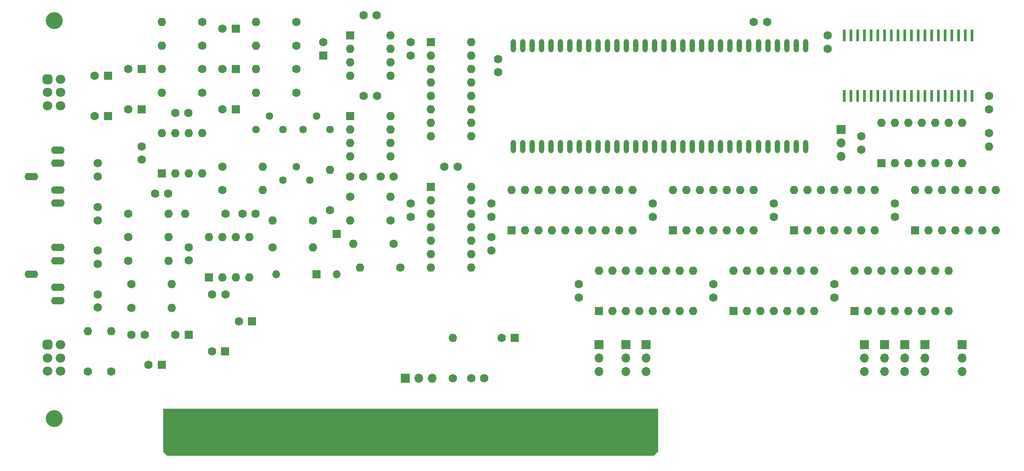
<source format=gbr>
G04 #@! TF.GenerationSoftware,KiCad,Pcbnew,(6.0.6)*
G04 #@! TF.CreationDate,2022-07-16T18:53:49+09:00*
G04 #@! TF.ProjectId,S1_FM_OPNA,53315f46-4d5f-44f5-904e-412e6b696361,0.1.4*
G04 #@! TF.SameCoordinates,PX22a3ad0PY8f85f18*
G04 #@! TF.FileFunction,Soldermask,Top*
G04 #@! TF.FilePolarity,Negative*
%FSLAX46Y46*%
G04 Gerber Fmt 4.6, Leading zero omitted, Abs format (unit mm)*
G04 Created by KiCad (PCBNEW (6.0.6)) date 2022-07-16 18:53:49*
%MOMM*%
%LPD*%
G01*
G04 APERTURE LIST*
G04 Aperture macros list*
%AMRoundRect*
0 Rectangle with rounded corners*
0 $1 Rounding radius*
0 $2 $3 $4 $5 $6 $7 $8 $9 X,Y pos of 4 corners*
0 Add a 4 corners polygon primitive as box body*
4,1,4,$2,$3,$4,$5,$6,$7,$8,$9,$2,$3,0*
0 Add four circle primitives for the rounded corners*
1,1,$1+$1,$2,$3*
1,1,$1+$1,$4,$5*
1,1,$1+$1,$6,$7*
1,1,$1+$1,$8,$9*
0 Add four rect primitives between the rounded corners*
20,1,$1+$1,$2,$3,$4,$5,0*
20,1,$1+$1,$4,$5,$6,$7,0*
20,1,$1+$1,$6,$7,$8,$9,0*
20,1,$1+$1,$8,$9,$2,$3,0*%
G04 Aperture macros list end*
%ADD10O,2.600000X1.400000*%
%ADD11R,1.700000X1.700000*%
%ADD12O,1.700000X1.700000*%
%ADD13C,3.200000*%
%ADD14R,1.600000X1.600000*%
%ADD15C,1.600000*%
%ADD16R,1.500000X1.500000*%
%ADD17O,1.500000X1.500000*%
%ADD18C,1.440000*%
%ADD19O,1.600000X1.600000*%
%ADD20O,1.000000X2.540000*%
%ADD21R,0.600000X2.200000*%
%ADD22RoundRect,0.450000X0.450000X0.450000X-0.450000X0.450000X-0.450000X-0.450000X0.450000X-0.450000X0*%
%ADD23C,1.800000*%
G04 APERTURE END LIST*
D10*
X2540000Y52705000D03*
X7540000Y47705000D03*
X7540000Y50205000D03*
X7540000Y57705000D03*
X7540000Y55205000D03*
D11*
X118618000Y20955000D03*
D12*
X118618000Y18415000D03*
X118618000Y15875000D03*
D13*
X6858000Y6985000D03*
D14*
X39155380Y19685000D03*
D15*
X36655380Y19685000D03*
X90678000Y74930000D03*
X90678000Y72430000D03*
D14*
X23368000Y65405000D03*
D15*
X20868000Y65405000D03*
D16*
X56388000Y34290000D03*
D17*
X48768000Y34290000D03*
D18*
X55118000Y52070000D03*
X52578000Y54610000D03*
X50038000Y52070000D03*
D15*
X38608000Y50165000D03*
D19*
X46228000Y50165000D03*
D15*
X34798000Y73025000D03*
D19*
X27178000Y73025000D03*
D10*
X2540000Y34290000D03*
X7540000Y29290000D03*
X7540000Y31790000D03*
X7540000Y39290000D03*
X7540000Y36790000D03*
D14*
X157988000Y27305000D03*
D19*
X160528000Y27305000D03*
X163068000Y27305000D03*
X165608000Y27305000D03*
X168148000Y27305000D03*
X170688000Y27305000D03*
X173228000Y27305000D03*
X175768000Y27305000D03*
X175768000Y34925000D03*
X173228000Y34925000D03*
X170688000Y34925000D03*
X168148000Y34925000D03*
X165608000Y34925000D03*
X163068000Y34925000D03*
X160528000Y34925000D03*
X157988000Y34925000D03*
D11*
X178308000Y20955000D03*
D12*
X178308000Y18415000D03*
X178308000Y15875000D03*
D13*
X6858000Y82169000D03*
D15*
X62738000Y48895000D03*
D19*
X70358000Y48895000D03*
D15*
X25908000Y49530000D03*
X28408000Y49530000D03*
D14*
X93223000Y42555000D03*
D19*
X95763000Y42555000D03*
X98303000Y42555000D03*
X100843000Y42555000D03*
X103383000Y42555000D03*
X105923000Y42555000D03*
X108463000Y42555000D03*
X111003000Y42555000D03*
X113543000Y42555000D03*
X116083000Y42555000D03*
X116083000Y50175000D03*
X113543000Y50175000D03*
X111003000Y50175000D03*
X108463000Y50175000D03*
X105923000Y50175000D03*
X103383000Y50175000D03*
X100843000Y50175000D03*
X98303000Y50175000D03*
X95763000Y50175000D03*
X93223000Y50175000D03*
D15*
X17653000Y15875000D03*
D19*
X17653000Y23495000D03*
D15*
X183388000Y65405000D03*
X183388000Y67905000D03*
X52578000Y73025000D03*
D19*
X44958000Y73025000D03*
D11*
X159893000Y20955000D03*
D12*
X159893000Y18415000D03*
X159893000Y15875000D03*
D20*
X93568000Y58420000D03*
X95348000Y58420000D03*
X97128000Y58420000D03*
X98908000Y58420000D03*
X100688000Y58420000D03*
X102468000Y58420000D03*
X104248000Y58420000D03*
X106028000Y58420000D03*
X107808000Y58420000D03*
X109588000Y58420000D03*
X111368000Y58420000D03*
X113148000Y58420000D03*
X114928000Y58420000D03*
X116708000Y58420000D03*
X118488000Y58420000D03*
X120268000Y58420000D03*
X122048000Y58420000D03*
X123828000Y58420000D03*
X125608000Y58420000D03*
X127388000Y58420000D03*
X129168000Y58420000D03*
X130948000Y58420000D03*
X132728000Y58420000D03*
X134508000Y58420000D03*
X136288000Y58420000D03*
X138068000Y58420000D03*
X139848000Y58420000D03*
X141628000Y58420000D03*
X143408000Y58420000D03*
X145188000Y58420000D03*
X146968000Y58420000D03*
X148748000Y58420000D03*
X148748000Y77470000D03*
X146968000Y77470000D03*
X145188000Y77470000D03*
X143408000Y77470000D03*
X141628000Y77470000D03*
X139848000Y77470000D03*
X138068000Y77470000D03*
X136288000Y77470000D03*
X134508000Y77470000D03*
X132728000Y77470000D03*
X130948000Y77470000D03*
X129168000Y77470000D03*
X127388000Y77470000D03*
X125608000Y77470000D03*
X123828000Y77470000D03*
X122048000Y77470000D03*
X120268000Y77470000D03*
X118488000Y77470000D03*
X116708000Y77470000D03*
X114928000Y77470000D03*
X113148000Y77470000D03*
X111368000Y77470000D03*
X109588000Y77470000D03*
X107808000Y77470000D03*
X106028000Y77470000D03*
X104248000Y77470000D03*
X102468000Y77470000D03*
X100688000Y77470000D03*
X98908000Y77470000D03*
X97128000Y77470000D03*
X95348000Y77470000D03*
X93568000Y77470000D03*
D15*
X21463000Y32385000D03*
D19*
X29083000Y32385000D03*
D15*
X52578000Y68580000D03*
D19*
X44958000Y68580000D03*
D11*
X109728000Y20955000D03*
D12*
X109728000Y18415000D03*
X109728000Y15875000D03*
D15*
X52563000Y77470000D03*
D19*
X44943000Y77470000D03*
D14*
X77978000Y50800000D03*
D19*
X77978000Y48260000D03*
X77978000Y45720000D03*
X77978000Y43180000D03*
X77978000Y40640000D03*
X77978000Y38100000D03*
X77978000Y35560000D03*
X85598000Y35560000D03*
X85598000Y38100000D03*
X85598000Y40640000D03*
X85598000Y43180000D03*
X85598000Y45720000D03*
X85598000Y48260000D03*
X85598000Y50800000D03*
D14*
X17018000Y64135000D03*
D15*
X14518000Y64135000D03*
D14*
X32258000Y22860000D03*
D15*
X29758000Y22860000D03*
X15113000Y38735000D03*
X15113000Y36235000D03*
D14*
X57658000Y75565000D03*
D15*
X57658000Y78065000D03*
X15113000Y52705000D03*
X15113000Y55205000D03*
X48133000Y39370000D03*
D19*
X55753000Y39370000D03*
D14*
X146558000Y42545000D03*
D19*
X149098000Y42545000D03*
X151638000Y42545000D03*
X154178000Y42545000D03*
X156718000Y42545000D03*
X159258000Y42545000D03*
X161798000Y42545000D03*
X161798000Y50165000D03*
X159258000Y50165000D03*
X156718000Y50165000D03*
X154178000Y50165000D03*
X151638000Y50165000D03*
X149098000Y50165000D03*
X146558000Y50165000D03*
D15*
X15113000Y44450000D03*
X15113000Y46950000D03*
X105918000Y32385000D03*
X105918000Y29885000D03*
X183388000Y60960000D03*
D19*
X183388000Y58420000D03*
D15*
X67778000Y83185000D03*
X65278000Y83185000D03*
D14*
X163068000Y55245000D03*
D19*
X165608000Y55245000D03*
X168148000Y55245000D03*
X170688000Y55245000D03*
X173228000Y55245000D03*
X175768000Y55245000D03*
X178308000Y55245000D03*
X178308000Y62865000D03*
X175768000Y62865000D03*
X173228000Y62865000D03*
X170688000Y62865000D03*
X168148000Y62865000D03*
X165608000Y62865000D03*
X163068000Y62865000D03*
D14*
X109728000Y27305000D03*
D19*
X112268000Y27305000D03*
X114808000Y27305000D03*
X117348000Y27305000D03*
X119888000Y27305000D03*
X122428000Y27305000D03*
X124968000Y27305000D03*
X127508000Y27305000D03*
X127508000Y34925000D03*
X124968000Y34925000D03*
X122428000Y34925000D03*
X119888000Y34925000D03*
X117348000Y34925000D03*
X114808000Y34925000D03*
X112268000Y34925000D03*
X109728000Y34925000D03*
D15*
X42418000Y45720000D03*
X44918000Y45720000D03*
X62738000Y52705000D03*
X65238000Y52705000D03*
D14*
X123698000Y42545000D03*
D19*
X126238000Y42545000D03*
X128778000Y42545000D03*
X131318000Y42545000D03*
X133858000Y42545000D03*
X136398000Y42545000D03*
X138938000Y42545000D03*
X138938000Y50165000D03*
X136398000Y50165000D03*
X133858000Y50165000D03*
X131318000Y50165000D03*
X128778000Y50165000D03*
X126238000Y50165000D03*
X123698000Y50165000D03*
D11*
X171323000Y20955000D03*
D12*
X171323000Y18415000D03*
X171323000Y15875000D03*
D14*
X62738000Y64135000D03*
D19*
X62738000Y61595000D03*
X62738000Y59055000D03*
X62738000Y56515000D03*
X70358000Y56515000D03*
X70358000Y59055000D03*
X70358000Y61595000D03*
X70358000Y64135000D03*
D14*
X41148000Y80645000D03*
D15*
X38648000Y80645000D03*
D14*
X77978000Y78105000D03*
D19*
X77978000Y75565000D03*
X77978000Y73025000D03*
X77978000Y70485000D03*
X77978000Y67945000D03*
X77978000Y65405000D03*
X77978000Y62865000D03*
X77978000Y60325000D03*
X85598000Y60325000D03*
X85598000Y62865000D03*
X85598000Y65405000D03*
X85598000Y67945000D03*
X85598000Y70485000D03*
X85598000Y73025000D03*
X85598000Y75565000D03*
X85598000Y78105000D03*
D11*
X167513000Y20955000D03*
D12*
X167513000Y18415000D03*
X167513000Y15875000D03*
D15*
X34798000Y68580000D03*
D19*
X27178000Y68580000D03*
D15*
X85598000Y14605000D03*
X88098000Y14605000D03*
X39243000Y45720000D03*
D19*
X31623000Y45720000D03*
D15*
X34798000Y77470000D03*
D19*
X27178000Y77470000D03*
D21*
X156083000Y67960000D03*
X157353000Y67960000D03*
X158623000Y67960000D03*
X159893000Y67960000D03*
X161163000Y67960000D03*
X162433000Y67960000D03*
X163703000Y67960000D03*
X164973000Y67960000D03*
X166243000Y67960000D03*
X167513000Y67960000D03*
X168783000Y67960000D03*
X170053000Y67960000D03*
X171323000Y67960000D03*
X172593000Y67960000D03*
X173863000Y67960000D03*
X175133000Y67960000D03*
X176403000Y67960000D03*
X177673000Y67960000D03*
X178943000Y67960000D03*
X180213000Y67960000D03*
X180213000Y79360000D03*
X178943000Y79360000D03*
X177673000Y79360000D03*
X176403000Y79360000D03*
X175133000Y79360000D03*
X173863000Y79360000D03*
X172593000Y79360000D03*
X171323000Y79360000D03*
X170053000Y79360000D03*
X168783000Y79360000D03*
X167513000Y79360000D03*
X166243000Y79360000D03*
X164973000Y79360000D03*
X163703000Y79360000D03*
X162433000Y79360000D03*
X161163000Y79360000D03*
X159893000Y79360000D03*
X158623000Y79360000D03*
X157353000Y79360000D03*
X156083000Y79360000D03*
D11*
X163703000Y20955000D03*
D12*
X163703000Y18415000D03*
X163703000Y15875000D03*
D15*
X83058000Y54610000D03*
X80558000Y54610000D03*
X131318000Y32385000D03*
X131318000Y29885000D03*
D14*
X135128000Y27305000D03*
D19*
X137668000Y27305000D03*
X140208000Y27305000D03*
X142748000Y27305000D03*
X145288000Y27305000D03*
X147828000Y27305000D03*
X150368000Y27305000D03*
X150368000Y34925000D03*
X147828000Y34925000D03*
X145288000Y34925000D03*
X142748000Y34925000D03*
X140208000Y34925000D03*
X137668000Y34925000D03*
X135128000Y34925000D03*
D15*
X23368000Y58420000D03*
X23368000Y55920000D03*
D14*
X17018000Y71755000D03*
D15*
X14518000Y71755000D03*
X20828000Y41275000D03*
D19*
X28448000Y41275000D03*
D15*
X159258000Y60325000D03*
X159258000Y57825000D03*
X70993000Y52705000D03*
X68493000Y52705000D03*
D11*
X155448000Y61570000D03*
D12*
X155448000Y59030000D03*
X155448000Y56490000D03*
D15*
X154178000Y32385000D03*
X154178000Y29885000D03*
D14*
X23368000Y73025000D03*
D15*
X20868000Y73025000D03*
D16*
X60198000Y41910000D03*
D17*
X60198000Y34290000D03*
D15*
X52578000Y81915000D03*
D19*
X44958000Y81915000D03*
D14*
X27178000Y17145000D03*
D15*
X24678000Y17145000D03*
X34798000Y81915000D03*
D19*
X27178000Y81915000D03*
D15*
X165608000Y47625000D03*
X165608000Y45125000D03*
X67818000Y67945000D03*
X65318000Y67945000D03*
X152908000Y79375000D03*
X152908000Y76875000D03*
X38608000Y54610000D03*
D19*
X46228000Y54610000D03*
D14*
X44235380Y25400000D03*
D15*
X41735380Y25400000D03*
D14*
X27178000Y53340000D03*
D19*
X29718000Y53340000D03*
X32258000Y53340000D03*
X34798000Y53340000D03*
X34798000Y60960000D03*
X32258000Y60960000D03*
X29718000Y60960000D03*
X27178000Y60960000D03*
D15*
X119888000Y47625000D03*
X119888000Y45125000D03*
X74168000Y78105000D03*
X74168000Y75605000D03*
D11*
X73152000Y14605000D03*
D12*
X75692000Y14605000D03*
X78232000Y14605000D03*
D14*
X93853000Y22225000D03*
D15*
X91353000Y22225000D03*
X142748000Y47625000D03*
X142748000Y45125000D03*
D22*
X5588000Y71120000D03*
D23*
X5588000Y68620000D03*
X5588000Y66120000D03*
X8088000Y71120000D03*
X8088000Y68620000D03*
X8088000Y66120000D03*
D15*
X58928000Y46355000D03*
D19*
X58928000Y53975000D03*
D14*
X41148000Y73025000D03*
D15*
X38648000Y73025000D03*
X29718000Y64770000D03*
X32218000Y64770000D03*
X13208000Y15875000D03*
D19*
X13208000Y23495000D03*
D14*
X169418000Y42545000D03*
D19*
X171958000Y42545000D03*
X174498000Y42545000D03*
X177038000Y42545000D03*
X179578000Y42545000D03*
X182118000Y42545000D03*
X184658000Y42545000D03*
X184658000Y50165000D03*
X182118000Y50165000D03*
X179578000Y50165000D03*
X177038000Y50165000D03*
X174498000Y50165000D03*
X171958000Y50165000D03*
X169418000Y50165000D03*
D15*
X72263000Y35560000D03*
D19*
X64643000Y35560000D03*
D11*
X114808000Y20955000D03*
D12*
X114808000Y18415000D03*
X114808000Y15875000D03*
D15*
X21463000Y27940000D03*
D19*
X29083000Y27940000D03*
D14*
X62738000Y79375000D03*
D19*
X62738000Y76835000D03*
X62738000Y74295000D03*
X62738000Y71755000D03*
X70358000Y71755000D03*
X70358000Y74295000D03*
X70358000Y76835000D03*
X70358000Y79375000D03*
D15*
X55753000Y44450000D03*
D19*
X48133000Y44450000D03*
D15*
X20828000Y36830000D03*
D19*
X28448000Y36830000D03*
D15*
X15113000Y30480000D03*
X15113000Y27980000D03*
X74168000Y47625000D03*
X74168000Y45125000D03*
X32258000Y39370000D03*
X32258000Y36870000D03*
D22*
X5588000Y20955000D03*
D23*
X5588000Y18455000D03*
X5588000Y15955000D03*
X8088000Y20955000D03*
X8088000Y18455000D03*
X8088000Y15955000D03*
D14*
X41148000Y65405000D03*
D15*
X38648000Y65405000D03*
X70993000Y40005000D03*
D19*
X63373000Y40005000D03*
D15*
X70358000Y44450000D03*
D19*
X62738000Y44450000D03*
D18*
X50038000Y61595000D03*
X47498000Y64135000D03*
X44958000Y61595000D03*
X58928000Y61595000D03*
X56388000Y64135000D03*
X53848000Y61595000D03*
D15*
X82169000Y14605000D03*
D19*
X82169000Y22225000D03*
D15*
X89408000Y41275000D03*
X89408000Y38775000D03*
X21463000Y22860000D03*
X23963000Y22860000D03*
X36703000Y30480000D03*
X39203000Y30480000D03*
X89408000Y47625000D03*
X89408000Y45125000D03*
X20828000Y45720000D03*
D19*
X28448000Y45720000D03*
D15*
X141478000Y81915000D03*
X138978000Y81915000D03*
D14*
X36068000Y33655000D03*
D19*
X38608000Y33655000D03*
X41148000Y33655000D03*
X43688000Y33655000D03*
X43688000Y41275000D03*
X41148000Y41275000D03*
X38608000Y41275000D03*
X36068000Y41275000D03*
G36*
X120846121Y8869998D02*
G01*
X120892614Y8816342D01*
X120904000Y8764000D01*
X120904000Y814190D01*
X120883998Y746069D01*
X120867095Y725095D01*
X120178905Y36905D01*
X120116593Y2879D01*
X120089810Y0D01*
X28246190Y0D01*
X28178069Y20002D01*
X28157095Y36905D01*
X27468905Y725095D01*
X27434879Y787407D01*
X27432000Y814190D01*
X27432000Y8764000D01*
X27452002Y8832121D01*
X27505658Y8878614D01*
X27558000Y8890000D01*
X120778000Y8890000D01*
X120846121Y8869998D01*
G37*
M02*

</source>
